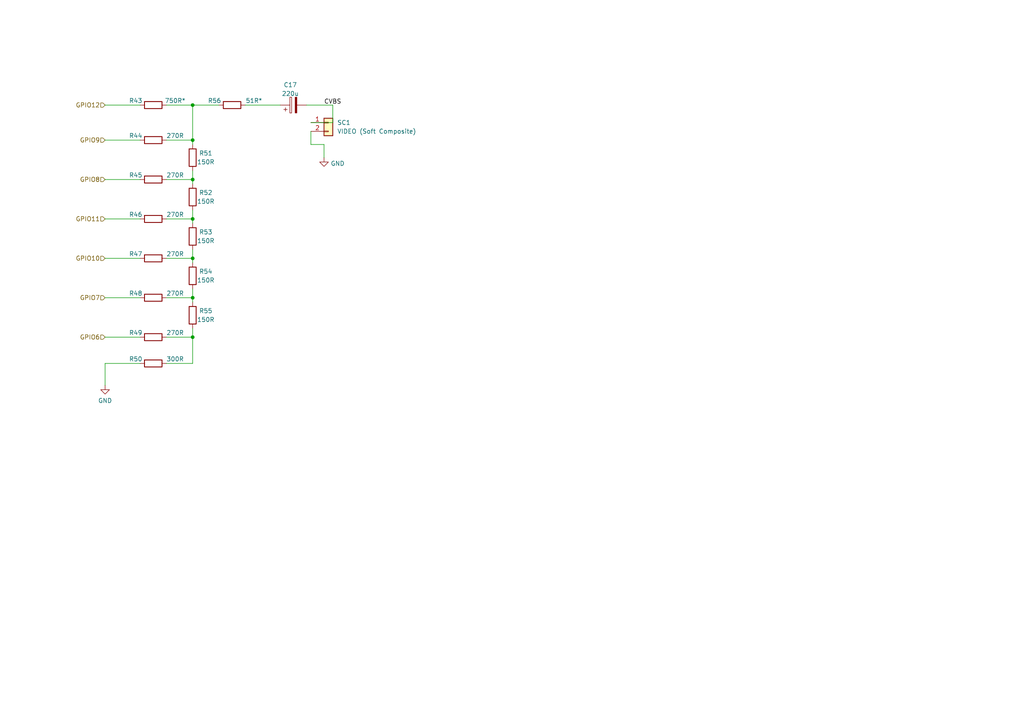
<source format=kicad_sch>
(kicad_sch (version 20231120) (generator "eeschema") (generator_version "8.0")
  (paper "A4")
  (title_block (title "FRANK") (date "2024-12-15") (rev "2.0") (company "Mikhail Matveev") (comment 1 "https://github.com/xtremespb/frank2"))
  (lib_symbols
    (symbol "Connector_Generic:Conn_01x02" (pin_names (offset 1.016) hide)
      (property "Reference" "J" (at 0 2.54 0))
      (property "Value" "Conn_01x02" (at 0 -5.08 0))
      (symbol "Conn_01x02_1_1"
        (rectangle (start -1.27 -2.413) (end 0 -2.667) (stroke (width 0.1524)))
        (rectangle (start -1.27 0.127) (end 0 -0.127) (stroke (width 0.1524)))
        (rectangle (start -1.27 1.27) (end 1.27 -3.81) (stroke (width 0.254)) (fill (type background)))
        (pin passive line (at -5.08 0 0) (length 3.81) (name "Pin_1") (number "1"))
        (pin passive line (at -5.08 -2.54 0) (length 3.81) (name "Pin_2") (number "2"))
      )
    )
    (symbol "Device:C_Polarized" (pin_numbers hide) (pin_names (offset 0.254))
      (property "Reference" "C" (at 0.635 2.54 0))
      (property "Value" "C_Polarized" (at 0.635 -2.54 0))
      (symbol "C_Polarized_0_1"
        (rectangle (start -2.286 0.508) (end 2.286 1.016))
        (polyline (pts (xy -1.778 2.286) (xy -0.762 2.286)))
        (polyline (pts (xy -1.27 2.794) (xy -1.27 1.778)))
        (rectangle (start 2.286 -0.508) (end -2.286 -1.016) (fill (type outline)))
      )
      (symbol "C_Polarized_1_1"
        (pin passive line (at 0 3.81 270) (length 2.794) (name "~") (number "1"))
        (pin passive line (at 0 -3.81 90) (length 2.794) (name "~") (number "2"))
      )
    )
    (symbol "Device:R" (pin_numbers hide) (pin_names (offset 0))
      (property "Reference" "R" (at 2.032 0 90))
      (property "Value" "R" (at 0 0 90))
      (symbol "R_0_1"
        (rectangle (start -1.016 -2.54) (end 1.016 2.54) (stroke (width 0.254)))
      )
      (symbol "R_1_1"
        (pin passive line (at 0 3.81 270) (length 1.27) (name "~") (number "1"))
        (pin passive line (at 0 -3.81 90) (length 1.27) (name "~") (number "2"))
      )
    )
    (symbol "power:GND" (power) (pin_names (offset 0))
      (property "Value" "GND" (at 0 -3.81 0))
      (symbol "GND_0_1"
        (polyline (pts (xy 0 0) (xy 0 -1.27) (xy 1.27 -1.27) (xy 0 -2.54) (xy -1.27 -1.27) (xy 0 -1.27)))
      )
      (symbol "GND_1_1"
        (pin power_in line (at 0 0 270) (length 0) hide (name "GND") (number "1"))
      )
    )
  )
  (junction (at 55.88 86.36))
  (junction (at 55.88 52.07))
  (junction (at 55.88 63.5))
  (junction (at 55.88 97.79))
  (junction (at 55.88 30.48))
  (junction (at 55.88 74.93))
  (junction (at 55.88 40.64))
  (wire (pts (xy 55.88 49.53) (xy 55.88 52.07)))
  (wire (pts (xy 55.88 83.82) (xy 55.88 86.36)))
  (wire (pts (xy 48.26 52.07) (xy 55.88 52.07)))
  (wire (pts (xy 48.26 86.36) (xy 55.88 86.36)))
  (wire (pts (xy 55.88 40.64) (xy 55.88 41.91)))
  (wire (pts (xy 48.26 74.93) (xy 55.88 74.93)))
  (wire (pts (xy 48.26 40.64) (xy 55.88 40.64)))
  (wire (pts (xy 90.17 41.91) (xy 93.98 41.91)))
  (wire (pts (xy 40.64 105.41) (xy 30.48 105.41)))
  (wire (pts (xy 30.48 86.36) (xy 40.64 86.36)))
  (wire (pts (xy 90.17 41.91) (xy 90.17 38.1)))
  (wire (pts (xy 55.88 52.07) (xy 55.88 53.34)))
  (wire (pts (xy 93.98 41.91) (xy 93.98 45.72)))
  (wire (pts (xy 96.52 30.48) (xy 88.9 30.48)))
  (wire (pts (xy 96.52 35.56) (xy 90.17 35.56)))
  (wire (pts (xy 30.48 97.79) (xy 40.64 97.79)))
  (wire (pts (xy 55.88 97.79) (xy 55.88 105.41)))
  (wire (pts (xy 55.88 95.25) (xy 55.88 97.79)))
  (wire (pts (xy 48.26 30.48) (xy 55.88 30.48)))
  (wire (pts (xy 55.88 60.96) (xy 55.88 63.5)))
  (wire (pts (xy 30.48 63.5) (xy 40.64 63.5)))
  (wire (pts (xy 30.48 105.41) (xy 30.48 111.76)))
  (wire (pts (xy 55.88 30.48) (xy 63.5 30.48)))
  (wire (pts (xy 30.48 74.93) (xy 40.64 74.93)))
  (wire (pts (xy 30.48 40.64) (xy 40.64 40.64)))
  (wire (pts (xy 55.88 105.41) (xy 48.26 105.41)))
  (wire (pts (xy 55.88 63.5) (xy 55.88 64.77)))
  (wire (pts (xy 96.52 35.56) (xy 96.52 30.48)))
  (wire (pts (xy 55.88 72.39) (xy 55.88 74.93)))
  (wire (pts (xy 71.12 30.48) (xy 81.28 30.48)))
  (wire (pts (xy 55.88 86.36) (xy 55.88 87.63)))
  (wire (pts (xy 55.88 30.48) (xy 55.88 40.64)))
  (wire (pts (xy 48.26 63.5) (xy 55.88 63.5)))
  (wire (pts (xy 48.26 97.79) (xy 55.88 97.79)))
  (wire (pts (xy 30.48 30.48) (xy 40.64 30.48)))
  (wire (pts (xy 30.48 52.07) (xy 40.64 52.07)))
  (wire (pts (xy 55.88 74.93) (xy 55.88 76.2)))
  (label "CVBS" (at 93.98 30.48 0))
  (hierarchical_label "GPIO10" (shape input) (at 30.48 74.93 180))
  (hierarchical_label "GPIO11" (shape input) (at 30.48 63.5 180))
  (hierarchical_label "GPIO9" (shape input) (at 30.48 40.64 180))
  (hierarchical_label "GPIO8" (shape input) (at 30.48 52.07 180))
  (hierarchical_label "GPIO6" (shape input) (at 30.48 97.79 180))
  (hierarchical_label "GPIO7" (shape input) (at 30.48 86.36 180))
  (hierarchical_label "GPIO12" (shape input) (at 30.48 30.48 180))
  (symbol (lib_id "Device:R") (at 55.88 91.44 180) (unit 1)
    (property "Reference" "R55" (at 59.69 90.17 0))
    (property "Value" "150R" (at 59.69 92.71 0))
    (property "Footprint" "LIBS:Medved_R_0805" (effects (hide yes)))
  )
  (symbol (lib_id "Device:R") (at 44.45 86.36 90) (unit 1)
    (property "Reference" "R48" (at 39.37 85.09 90))
    (property "Value" "270R" (at 50.8 85.09 90))
    (property "Footprint" "LIBS:Medved_R_0805" (effects (hide yes)))
  )
  (symbol (lib_id "power:GND") (at 93.98 45.72 0) (unit 1)
    (property "Reference" "#PWR043" (effects (hide yes)))
    (property "Value" "GND" (at 95.885 47.4238 0) (effects (justify left)))
  )
  (symbol (lib_id "Device:R") (at 44.45 63.5 90) (unit 1)
    (property "Reference" "R46" (at 39.37 62.23 90))
    (property "Value" "270R" (at 50.8 62.23 90))
    (property "Footprint" "LIBS:Medved_R_0805" (effects (hide yes)))
  )
  (symbol (lib_id "Device:R") (at 44.45 40.64 90) (unit 1)
    (property "Reference" "R44" (at 39.37 39.37 90))
    (property "Value" "270R" (at 50.8 39.37 90))
    (property "Footprint" "LIBS:Medved_R_0805" (effects (hide yes)))
  )
  (symbol (lib_id "Device:R") (at 44.45 30.48 90) (unit 1)
    (property "Reference" "R43" (at 39.37 29.21 90))
    (property "Value" "750R*" (at 50.8 29.21 90))
    (property "Footprint" "LIBS:Medved_R_0805" (effects (hide yes)))
  )
  (symbol (lib_id "Device:R") (at 55.88 68.58 180) (unit 1)
    (property "Reference" "R53" (at 59.69 67.31 0))
    (property "Value" "150R" (at 59.69 69.85 0))
    (property "Footprint" "LIBS:Medved_R_0805" (effects (hide yes)))
  )
  (symbol (lib_id "Device:R") (at 44.45 105.41 90) (unit 1)
    (property "Reference" "R50" (at 39.37 104.14 90))
    (property "Value" "300R" (at 50.8 104.14 90))
    (property "Footprint" "LIBS:Medved_R_0805" (effects (hide yes)))
  )
  (symbol (lib_id "Device:C_Polarized") (at 85.09 30.48 90) (unit 1)
    (property "Reference" "C17" (at 84.201 24.6212 90))
    (property "Value" "220u" (at 84.201 27.1581 90))
    (property "Footprint" "LIBS:Medved_CP_Radial_D5.0mm_P2.50mm" (effects (hide yes)))
  )
  (symbol (lib_id "Device:R") (at 44.45 52.07 90) (unit 1)
    (property "Reference" "R45" (at 39.37 50.8 90))
    (property "Value" "270R" (at 50.8 50.8 90))
    (property "Footprint" "LIBS:Medved_R_0805" (effects (hide yes)))
  )
  (symbol (lib_id "Device:R") (at 67.31 30.48 90) (unit 1)
    (property "Reference" "R56" (at 62.23 29.21 90))
    (property "Value" "51R*" (at 73.66 29.21 90))
    (property "Footprint" "LIBS:Medved_R_0805" (effects (hide yes)))
  )
  (symbol (lib_id "Device:R") (at 44.45 74.93 90) (unit 1)
    (property "Reference" "R47" (at 39.37 73.66 90))
    (property "Value" "270R" (at 50.8 73.66 90))
    (property "Footprint" "LIBS:Medved_R_0805" (effects (hide yes)))
  )
  (symbol (lib_id "Device:R") (at 55.88 80.01 180) (unit 1)
    (property "Reference" "R54" (at 59.69 78.74 0))
    (property "Value" "150R" (at 59.69 81.28 0))
    (property "Footprint" "LIBS:Medved_R_0805" (effects (hide yes)))
  )
  (symbol (lib_id "Device:R") (at 44.45 97.79 90) (unit 1)
    (property "Reference" "R49" (at 39.37 96.52 90))
    (property "Value" "270R" (at 50.8 96.52 90))
    (property "Footprint" "LIBS:Medved_R_0805" (effects (hide yes)))
  )
  (symbol (lib_id "Connector_Generic:Conn_01x02") (at 95.25 35.56 0) (unit 1)
    (property "Reference" "SC1" (at 97.79 35.5599 0) (effects (justify left)))
    (property "Value" "VIDEO (Soft Composite)" (at 97.79 38.0999 0) (effects (justify left)))
    (property "Footprint" "LIBS:AV_MOD_III-8.4-5" (effects (hide yes)))
  )
  (symbol (lib_id "Device:R") (at 55.88 45.72 180) (unit 1)
    (property "Reference" "R51" (at 59.69 44.45 0))
    (property "Value" "150R" (at 59.69 46.99 0))
    (property "Footprint" "LIBS:Medved_R_0805" (effects (hide yes)))
  )
  (symbol (lib_id "Device:R") (at 55.88 57.15 180) (unit 1)
    (property "Reference" "R52" (at 59.69 55.88 0))
    (property "Value" "150R" (at 59.69 58.42 0))
    (property "Footprint" "LIBS:Medved_R_0805" (effects (hide yes)))
  )
  (symbol (lib_id "power:GND") (at 30.48 111.76 0) (unit 1)
    (property "Reference" "#PWR042" (effects (hide yes)))
    (property "Value" "GND" (at 30.48 116.2034 0))
  )
)
</source>
